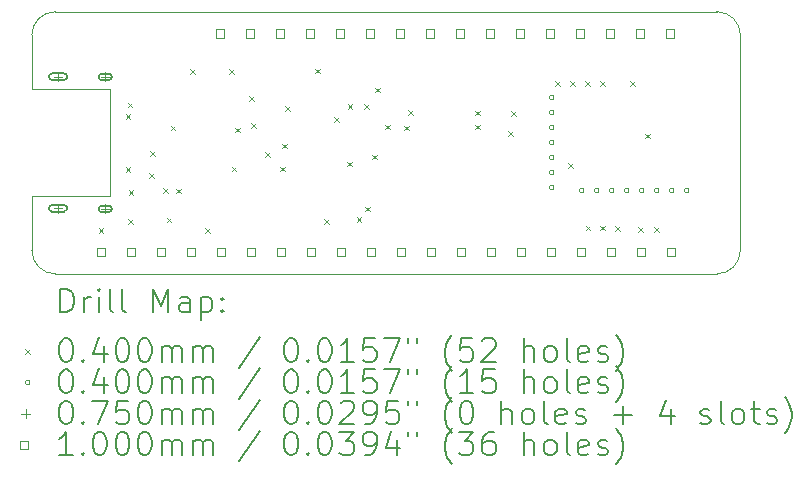
<source format=gbr>
%FSLAX45Y45*%
G04 Gerber Fmt 4.5, Leading zero omitted, Abs format (unit mm)*
G04 Created by KiCad (PCBNEW 5.99.0-unknown-ed66c0f14d~128~ubuntu20.04.1) date 2021-06-03 22:12:49*
%MOMM*%
%LPD*%
G01*
G04 APERTURE LIST*
%TA.AperFunction,Profile*%
%ADD10C,0.100000*%
%TD*%
%ADD11C,0.200000*%
%ADD12C,0.040000*%
%ADD13C,0.075000*%
%ADD14C,0.100000*%
G04 APERTURE END LIST*
D10*
X13490000Y-7010000D02*
G75*
G02*
X13290000Y-7210000I-200000J0D01*
G01*
X8150000Y-5647500D02*
X8150000Y-6547500D01*
X7490000Y-5645000D02*
X8150000Y-5647500D01*
X8150000Y-6547500D02*
X7490000Y-6547500D01*
X7690000Y-4990000D02*
X13290000Y-4990000D01*
X13290000Y-7210000D02*
X7690000Y-7210000D01*
X13490000Y-5190000D02*
X13490000Y-7010000D01*
X7690000Y-4990000D02*
G75*
G03*
X7490000Y-5190000I0J-200000D01*
G01*
X13290000Y-4990000D02*
G75*
G02*
X13490000Y-5190000I0J-200000D01*
G01*
X7490000Y-5645000D02*
X7490000Y-5190000D01*
X7490000Y-6547500D02*
X7490000Y-7010000D01*
X7490000Y-7010000D02*
G75*
G03*
X7690000Y-7210000I200000J0D01*
G01*
D11*
D12*
X8055000Y-6820000D02*
X8095000Y-6860000D01*
X8095000Y-6820000D02*
X8055000Y-6860000D01*
X8283877Y-6307500D02*
X8323877Y-6347500D01*
X8323877Y-6307500D02*
X8283877Y-6347500D01*
X8284080Y-5858238D02*
X8324080Y-5898238D01*
X8324080Y-5858238D02*
X8284080Y-5898238D01*
X8302500Y-5760000D02*
X8342500Y-5800000D01*
X8342500Y-5760000D02*
X8302500Y-5800000D01*
X8307500Y-6747500D02*
X8347500Y-6787500D01*
X8347500Y-6747500D02*
X8307500Y-6787500D01*
X8310000Y-6502500D02*
X8350000Y-6542500D01*
X8350000Y-6502500D02*
X8310000Y-6542500D01*
X8482500Y-6355000D02*
X8522500Y-6395000D01*
X8522500Y-6355000D02*
X8482500Y-6395000D01*
X8492500Y-6172500D02*
X8532500Y-6212500D01*
X8532500Y-6172500D02*
X8492500Y-6212500D01*
X8600000Y-6485000D02*
X8640000Y-6525000D01*
X8640000Y-6485000D02*
X8600000Y-6525000D01*
X8632500Y-6735000D02*
X8672500Y-6775000D01*
X8672500Y-6735000D02*
X8632500Y-6775000D01*
X8665000Y-5955000D02*
X8705000Y-5995000D01*
X8705000Y-5955000D02*
X8665000Y-5995000D01*
X8712500Y-6487500D02*
X8752500Y-6527500D01*
X8752500Y-6487500D02*
X8712500Y-6527500D01*
X8832500Y-5475000D02*
X8872500Y-5515000D01*
X8872500Y-5475000D02*
X8832500Y-5515000D01*
X8957500Y-6820000D02*
X8997500Y-6860000D01*
X8997500Y-6820000D02*
X8957500Y-6860000D01*
X9160000Y-5475000D02*
X9200000Y-5515000D01*
X9200000Y-5475000D02*
X9160000Y-5515000D01*
X9182500Y-6302500D02*
X9222500Y-6342500D01*
X9222500Y-6302500D02*
X9182500Y-6342500D01*
X9212500Y-5972500D02*
X9252500Y-6012500D01*
X9252500Y-5972500D02*
X9212500Y-6012500D01*
X9332500Y-5702500D02*
X9372500Y-5742500D01*
X9372500Y-5702500D02*
X9332500Y-5742500D01*
X9345000Y-5935000D02*
X9385000Y-5975000D01*
X9385000Y-5935000D02*
X9345000Y-5975000D01*
X9467500Y-6180000D02*
X9507500Y-6220000D01*
X9507500Y-6180000D02*
X9467500Y-6220000D01*
X9595000Y-6302500D02*
X9635000Y-6342500D01*
X9635000Y-6302500D02*
X9595000Y-6342500D01*
X9607480Y-6107480D02*
X9647480Y-6147480D01*
X9647480Y-6107480D02*
X9607480Y-6147480D01*
X9632500Y-5787500D02*
X9672500Y-5827500D01*
X9672500Y-5787500D02*
X9632500Y-5827500D01*
X9887500Y-5472500D02*
X9927500Y-5512500D01*
X9927500Y-5472500D02*
X9887500Y-5512500D01*
X9967500Y-6745000D02*
X10007500Y-6785000D01*
X10007500Y-6745000D02*
X9967500Y-6785000D01*
X10050000Y-5885000D02*
X10090000Y-5925000D01*
X10090000Y-5885000D02*
X10050000Y-5925000D01*
X10160000Y-6260000D02*
X10200000Y-6300000D01*
X10200000Y-6260000D02*
X10160000Y-6300000D01*
X10165000Y-5770000D02*
X10205000Y-5810000D01*
X10205000Y-5770000D02*
X10165000Y-5810000D01*
X10240000Y-6730000D02*
X10280000Y-6770000D01*
X10280000Y-6730000D02*
X10240000Y-6770000D01*
X10302500Y-5772500D02*
X10342500Y-5812500D01*
X10342500Y-5772500D02*
X10302500Y-5812500D01*
X10310000Y-6640000D02*
X10350000Y-6680000D01*
X10350000Y-6640000D02*
X10310000Y-6680000D01*
X10372500Y-6200000D02*
X10412500Y-6240000D01*
X10412500Y-6200000D02*
X10372500Y-6240000D01*
X10397500Y-5632500D02*
X10437500Y-5672500D01*
X10437500Y-5632500D02*
X10397500Y-5672500D01*
X10480000Y-5947500D02*
X10520000Y-5987500D01*
X10520000Y-5947500D02*
X10480000Y-5987500D01*
X10645000Y-5955000D02*
X10685000Y-5995000D01*
X10685000Y-5955000D02*
X10645000Y-5995000D01*
X10675000Y-5825000D02*
X10715000Y-5865000D01*
X10715000Y-5825000D02*
X10675000Y-5865000D01*
X11245000Y-5827500D02*
X11285000Y-5867500D01*
X11285000Y-5827500D02*
X11245000Y-5867500D01*
X11245000Y-5947500D02*
X11285000Y-5987500D01*
X11285000Y-5947500D02*
X11245000Y-5987500D01*
X11522500Y-6002500D02*
X11562500Y-6042500D01*
X11562500Y-6002500D02*
X11522500Y-6042500D01*
X11547500Y-5830000D02*
X11587500Y-5870000D01*
X11587500Y-5830000D02*
X11547500Y-5870000D01*
X11922500Y-5577500D02*
X11962500Y-5617500D01*
X11962500Y-5577500D02*
X11922500Y-5617500D01*
X12032500Y-6270000D02*
X12072500Y-6310000D01*
X12072500Y-6270000D02*
X12032500Y-6310000D01*
X12050000Y-5577500D02*
X12090000Y-5617500D01*
X12090000Y-5577500D02*
X12050000Y-5617500D01*
X12177500Y-5577500D02*
X12217500Y-5617500D01*
X12217500Y-5577500D02*
X12177500Y-5617500D01*
X12180000Y-6802500D02*
X12220000Y-6842500D01*
X12220000Y-6802500D02*
X12180000Y-6842500D01*
X12302500Y-6802500D02*
X12342500Y-6842500D01*
X12342500Y-6802500D02*
X12302500Y-6842500D01*
X12305000Y-5577500D02*
X12345000Y-5617500D01*
X12345000Y-5577500D02*
X12305000Y-5617500D01*
X12427500Y-6805000D02*
X12467500Y-6845000D01*
X12467500Y-6805000D02*
X12427500Y-6845000D01*
X12557500Y-5580000D02*
X12597500Y-5620000D01*
X12597500Y-5580000D02*
X12557500Y-5620000D01*
X12622500Y-6815000D02*
X12662500Y-6855000D01*
X12662500Y-6815000D02*
X12622500Y-6855000D01*
X12685000Y-6022500D02*
X12725000Y-6062500D01*
X12725000Y-6022500D02*
X12685000Y-6062500D01*
X12757377Y-6814877D02*
X12797377Y-6854877D01*
X12797377Y-6814877D02*
X12757377Y-6854877D01*
X11911250Y-5716700D02*
G75*
G03*
X11911250Y-5716700I-20000J0D01*
G01*
X11911250Y-5843700D02*
G75*
G03*
X11911250Y-5843700I-20000J0D01*
G01*
X11911250Y-5970700D02*
G75*
G03*
X11911250Y-5970700I-20000J0D01*
G01*
X11911250Y-6097700D02*
G75*
G03*
X11911250Y-6097700I-20000J0D01*
G01*
X11911250Y-6224700D02*
G75*
G03*
X11911250Y-6224700I-20000J0D01*
G01*
X11911250Y-6351700D02*
G75*
G03*
X11911250Y-6351700I-20000J0D01*
G01*
X11911250Y-6478700D02*
G75*
G03*
X11911250Y-6478700I-20000J0D01*
G01*
X12165250Y-6504100D02*
G75*
G03*
X12165250Y-6504100I-20000J0D01*
G01*
X12292250Y-6504100D02*
G75*
G03*
X12292250Y-6504100I-20000J0D01*
G01*
X12419250Y-6504100D02*
G75*
G03*
X12419250Y-6504100I-20000J0D01*
G01*
X12546250Y-6504100D02*
G75*
G03*
X12546250Y-6504100I-20000J0D01*
G01*
X12673250Y-6504100D02*
G75*
G03*
X12673250Y-6504100I-20000J0D01*
G01*
X12800250Y-6504100D02*
G75*
G03*
X12800250Y-6504100I-20000J0D01*
G01*
X12927250Y-6504100D02*
G75*
G03*
X12927250Y-6504100I-20000J0D01*
G01*
X13054250Y-6504100D02*
G75*
G03*
X13054250Y-6504100I-20000J0D01*
G01*
D13*
X7712500Y-5502500D02*
X7712500Y-5577500D01*
X7675000Y-5540000D02*
X7750000Y-5540000D01*
D11*
X7662500Y-5567500D02*
X7762500Y-5567500D01*
X7662500Y-5512500D02*
X7762500Y-5512500D01*
X7762500Y-5567500D02*
G75*
G03*
X7762500Y-5512500I0J27500D01*
G01*
X7662500Y-5512500D02*
G75*
G03*
X7662500Y-5567500I0J-27500D01*
G01*
D13*
X7712500Y-6617500D02*
X7712500Y-6692500D01*
X7675000Y-6655000D02*
X7750000Y-6655000D01*
D11*
X7662500Y-6682500D02*
X7762500Y-6682500D01*
X7662500Y-6627500D02*
X7762500Y-6627500D01*
X7762500Y-6682500D02*
G75*
G03*
X7762500Y-6627500I0J27500D01*
G01*
X7662500Y-6627500D02*
G75*
G03*
X7662500Y-6682500I0J-27500D01*
G01*
D13*
X8112500Y-5504940D02*
X8112500Y-5579940D01*
X8075000Y-5542440D02*
X8150000Y-5542440D01*
D11*
X8085000Y-5569940D02*
X8140000Y-5569940D01*
X8085000Y-5514940D02*
X8140000Y-5514940D01*
X8140000Y-5569940D02*
G75*
G03*
X8140000Y-5514940I0J27500D01*
G01*
X8085000Y-5514940D02*
G75*
G03*
X8085000Y-5569940I0J-27500D01*
G01*
D13*
X8112500Y-6622500D02*
X8112500Y-6697500D01*
X8075000Y-6660000D02*
X8150000Y-6660000D01*
D11*
X8085000Y-6687500D02*
X8140000Y-6687500D01*
X8085000Y-6632500D02*
X8140000Y-6632500D01*
X8140000Y-6687500D02*
G75*
G03*
X8140000Y-6632500I0J27500D01*
G01*
X8085000Y-6632500D02*
G75*
G03*
X8085000Y-6687500I0J-27500D01*
G01*
D14*
X8110356Y-7057856D02*
X8110356Y-6987144D01*
X8039644Y-6987144D01*
X8039644Y-7057856D01*
X8110356Y-7057856D01*
X8364356Y-7057856D02*
X8364356Y-6987144D01*
X8293644Y-6987144D01*
X8293644Y-7057856D01*
X8364356Y-7057856D01*
X8618356Y-7057856D02*
X8618356Y-6987144D01*
X8547644Y-6987144D01*
X8547644Y-7057856D01*
X8618356Y-7057856D01*
X8872356Y-7057856D02*
X8872356Y-6987144D01*
X8801644Y-6987144D01*
X8801644Y-7057856D01*
X8872356Y-7057856D01*
X9120356Y-5210356D02*
X9120356Y-5139644D01*
X9049644Y-5139644D01*
X9049644Y-5210356D01*
X9120356Y-5210356D01*
X9126356Y-7057856D02*
X9126356Y-6987144D01*
X9055644Y-6987144D01*
X9055644Y-7057856D01*
X9126356Y-7057856D01*
X9374356Y-5210356D02*
X9374356Y-5139644D01*
X9303644Y-5139644D01*
X9303644Y-5210356D01*
X9374356Y-5210356D01*
X9380356Y-7057856D02*
X9380356Y-6987144D01*
X9309644Y-6987144D01*
X9309644Y-7057856D01*
X9380356Y-7057856D01*
X9628356Y-5210356D02*
X9628356Y-5139644D01*
X9557644Y-5139644D01*
X9557644Y-5210356D01*
X9628356Y-5210356D01*
X9634356Y-7057856D02*
X9634356Y-6987144D01*
X9563644Y-6987144D01*
X9563644Y-7057856D01*
X9634356Y-7057856D01*
X9882356Y-5210356D02*
X9882356Y-5139644D01*
X9811644Y-5139644D01*
X9811644Y-5210356D01*
X9882356Y-5210356D01*
X9888356Y-7057856D02*
X9888356Y-6987144D01*
X9817644Y-6987144D01*
X9817644Y-7057856D01*
X9888356Y-7057856D01*
X10136356Y-5210356D02*
X10136356Y-5139644D01*
X10065644Y-5139644D01*
X10065644Y-5210356D01*
X10136356Y-5210356D01*
X10142356Y-7057856D02*
X10142356Y-6987144D01*
X10071644Y-6987144D01*
X10071644Y-7057856D01*
X10142356Y-7057856D01*
X10390356Y-5210356D02*
X10390356Y-5139644D01*
X10319644Y-5139644D01*
X10319644Y-5210356D01*
X10390356Y-5210356D01*
X10396356Y-7057856D02*
X10396356Y-6987144D01*
X10325644Y-6987144D01*
X10325644Y-7057856D01*
X10396356Y-7057856D01*
X10644356Y-5210356D02*
X10644356Y-5139644D01*
X10573644Y-5139644D01*
X10573644Y-5210356D01*
X10644356Y-5210356D01*
X10650356Y-7057856D02*
X10650356Y-6987144D01*
X10579644Y-6987144D01*
X10579644Y-7057856D01*
X10650356Y-7057856D01*
X10898356Y-5210356D02*
X10898356Y-5139644D01*
X10827644Y-5139644D01*
X10827644Y-5210356D01*
X10898356Y-5210356D01*
X10904356Y-7057856D02*
X10904356Y-6987144D01*
X10833644Y-6987144D01*
X10833644Y-7057856D01*
X10904356Y-7057856D01*
X11152356Y-5210356D02*
X11152356Y-5139644D01*
X11081644Y-5139644D01*
X11081644Y-5210356D01*
X11152356Y-5210356D01*
X11158356Y-7057856D02*
X11158356Y-6987144D01*
X11087644Y-6987144D01*
X11087644Y-7057856D01*
X11158356Y-7057856D01*
X11406356Y-5210356D02*
X11406356Y-5139644D01*
X11335644Y-5139644D01*
X11335644Y-5210356D01*
X11406356Y-5210356D01*
X11412356Y-7057856D02*
X11412356Y-6987144D01*
X11341644Y-6987144D01*
X11341644Y-7057856D01*
X11412356Y-7057856D01*
X11660356Y-5210356D02*
X11660356Y-5139644D01*
X11589644Y-5139644D01*
X11589644Y-5210356D01*
X11660356Y-5210356D01*
X11666356Y-7057856D02*
X11666356Y-6987144D01*
X11595644Y-6987144D01*
X11595644Y-7057856D01*
X11666356Y-7057856D01*
X11914356Y-5210356D02*
X11914356Y-5139644D01*
X11843644Y-5139644D01*
X11843644Y-5210356D01*
X11914356Y-5210356D01*
X11920356Y-7057856D02*
X11920356Y-6987144D01*
X11849644Y-6987144D01*
X11849644Y-7057856D01*
X11920356Y-7057856D01*
X12168356Y-5210356D02*
X12168356Y-5139644D01*
X12097644Y-5139644D01*
X12097644Y-5210356D01*
X12168356Y-5210356D01*
X12174356Y-7057856D02*
X12174356Y-6987144D01*
X12103644Y-6987144D01*
X12103644Y-7057856D01*
X12174356Y-7057856D01*
X12422356Y-5210356D02*
X12422356Y-5139644D01*
X12351644Y-5139644D01*
X12351644Y-5210356D01*
X12422356Y-5210356D01*
X12428356Y-7057856D02*
X12428356Y-6987144D01*
X12357644Y-6987144D01*
X12357644Y-7057856D01*
X12428356Y-7057856D01*
X12676356Y-5210356D02*
X12676356Y-5139644D01*
X12605644Y-5139644D01*
X12605644Y-5210356D01*
X12676356Y-5210356D01*
X12682356Y-7057856D02*
X12682356Y-6987144D01*
X12611644Y-6987144D01*
X12611644Y-7057856D01*
X12682356Y-7057856D01*
X12930356Y-5210356D02*
X12930356Y-5139644D01*
X12859644Y-5139644D01*
X12859644Y-5210356D01*
X12930356Y-5210356D01*
X12936356Y-7057856D02*
X12936356Y-6987144D01*
X12865644Y-6987144D01*
X12865644Y-7057856D01*
X12936356Y-7057856D01*
D11*
X7732619Y-7535476D02*
X7732619Y-7335476D01*
X7780238Y-7335476D01*
X7808809Y-7345000D01*
X7827857Y-7364048D01*
X7837381Y-7383095D01*
X7846905Y-7421190D01*
X7846905Y-7449762D01*
X7837381Y-7487857D01*
X7827857Y-7506905D01*
X7808809Y-7525952D01*
X7780238Y-7535476D01*
X7732619Y-7535476D01*
X7932619Y-7535476D02*
X7932619Y-7402143D01*
X7932619Y-7440238D02*
X7942143Y-7421190D01*
X7951667Y-7411667D01*
X7970714Y-7402143D01*
X7989762Y-7402143D01*
X8056428Y-7535476D02*
X8056428Y-7402143D01*
X8056428Y-7335476D02*
X8046905Y-7345000D01*
X8056428Y-7354524D01*
X8065952Y-7345000D01*
X8056428Y-7335476D01*
X8056428Y-7354524D01*
X8180238Y-7535476D02*
X8161190Y-7525952D01*
X8151667Y-7506905D01*
X8151667Y-7335476D01*
X8285000Y-7535476D02*
X8265952Y-7525952D01*
X8256428Y-7506905D01*
X8256428Y-7335476D01*
X8513571Y-7535476D02*
X8513571Y-7335476D01*
X8580238Y-7478333D01*
X8646905Y-7335476D01*
X8646905Y-7535476D01*
X8827857Y-7535476D02*
X8827857Y-7430714D01*
X8818333Y-7411667D01*
X8799286Y-7402143D01*
X8761190Y-7402143D01*
X8742143Y-7411667D01*
X8827857Y-7525952D02*
X8808810Y-7535476D01*
X8761190Y-7535476D01*
X8742143Y-7525952D01*
X8732619Y-7506905D01*
X8732619Y-7487857D01*
X8742143Y-7468809D01*
X8761190Y-7459286D01*
X8808810Y-7459286D01*
X8827857Y-7449762D01*
X8923095Y-7402143D02*
X8923095Y-7602143D01*
X8923095Y-7411667D02*
X8942143Y-7402143D01*
X8980238Y-7402143D01*
X8999286Y-7411667D01*
X9008810Y-7421190D01*
X9018333Y-7440238D01*
X9018333Y-7497381D01*
X9008810Y-7516428D01*
X8999286Y-7525952D01*
X8980238Y-7535476D01*
X8942143Y-7535476D01*
X8923095Y-7525952D01*
X9104048Y-7516428D02*
X9113571Y-7525952D01*
X9104048Y-7535476D01*
X9094524Y-7525952D01*
X9104048Y-7516428D01*
X9104048Y-7535476D01*
X9104048Y-7411667D02*
X9113571Y-7421190D01*
X9104048Y-7430714D01*
X9094524Y-7421190D01*
X9104048Y-7411667D01*
X9104048Y-7430714D01*
D12*
X7435000Y-7845000D02*
X7475000Y-7885000D01*
X7475000Y-7845000D02*
X7435000Y-7885000D01*
D11*
X7770714Y-7755476D02*
X7789762Y-7755476D01*
X7808809Y-7765000D01*
X7818333Y-7774524D01*
X7827857Y-7793571D01*
X7837381Y-7831667D01*
X7837381Y-7879286D01*
X7827857Y-7917381D01*
X7818333Y-7936428D01*
X7808809Y-7945952D01*
X7789762Y-7955476D01*
X7770714Y-7955476D01*
X7751667Y-7945952D01*
X7742143Y-7936428D01*
X7732619Y-7917381D01*
X7723095Y-7879286D01*
X7723095Y-7831667D01*
X7732619Y-7793571D01*
X7742143Y-7774524D01*
X7751667Y-7765000D01*
X7770714Y-7755476D01*
X7923095Y-7936428D02*
X7932619Y-7945952D01*
X7923095Y-7955476D01*
X7913571Y-7945952D01*
X7923095Y-7936428D01*
X7923095Y-7955476D01*
X8104048Y-7822143D02*
X8104048Y-7955476D01*
X8056428Y-7745952D02*
X8008809Y-7888809D01*
X8132619Y-7888809D01*
X8246905Y-7755476D02*
X8265952Y-7755476D01*
X8285000Y-7765000D01*
X8294524Y-7774524D01*
X8304048Y-7793571D01*
X8313571Y-7831667D01*
X8313571Y-7879286D01*
X8304048Y-7917381D01*
X8294524Y-7936428D01*
X8285000Y-7945952D01*
X8265952Y-7955476D01*
X8246905Y-7955476D01*
X8227857Y-7945952D01*
X8218333Y-7936428D01*
X8208809Y-7917381D01*
X8199286Y-7879286D01*
X8199286Y-7831667D01*
X8208809Y-7793571D01*
X8218333Y-7774524D01*
X8227857Y-7765000D01*
X8246905Y-7755476D01*
X8437381Y-7755476D02*
X8456429Y-7755476D01*
X8475476Y-7765000D01*
X8485000Y-7774524D01*
X8494524Y-7793571D01*
X8504048Y-7831667D01*
X8504048Y-7879286D01*
X8494524Y-7917381D01*
X8485000Y-7936428D01*
X8475476Y-7945952D01*
X8456429Y-7955476D01*
X8437381Y-7955476D01*
X8418333Y-7945952D01*
X8408810Y-7936428D01*
X8399286Y-7917381D01*
X8389762Y-7879286D01*
X8389762Y-7831667D01*
X8399286Y-7793571D01*
X8408810Y-7774524D01*
X8418333Y-7765000D01*
X8437381Y-7755476D01*
X8589762Y-7955476D02*
X8589762Y-7822143D01*
X8589762Y-7841190D02*
X8599286Y-7831667D01*
X8618333Y-7822143D01*
X8646905Y-7822143D01*
X8665952Y-7831667D01*
X8675476Y-7850714D01*
X8675476Y-7955476D01*
X8675476Y-7850714D02*
X8685000Y-7831667D01*
X8704048Y-7822143D01*
X8732619Y-7822143D01*
X8751667Y-7831667D01*
X8761190Y-7850714D01*
X8761190Y-7955476D01*
X8856429Y-7955476D02*
X8856429Y-7822143D01*
X8856429Y-7841190D02*
X8865952Y-7831667D01*
X8885000Y-7822143D01*
X8913571Y-7822143D01*
X8932619Y-7831667D01*
X8942143Y-7850714D01*
X8942143Y-7955476D01*
X8942143Y-7850714D02*
X8951667Y-7831667D01*
X8970714Y-7822143D01*
X8999286Y-7822143D01*
X9018333Y-7831667D01*
X9027857Y-7850714D01*
X9027857Y-7955476D01*
X9418333Y-7745952D02*
X9246905Y-8003095D01*
X9675476Y-7755476D02*
X9694524Y-7755476D01*
X9713571Y-7765000D01*
X9723095Y-7774524D01*
X9732619Y-7793571D01*
X9742143Y-7831667D01*
X9742143Y-7879286D01*
X9732619Y-7917381D01*
X9723095Y-7936428D01*
X9713571Y-7945952D01*
X9694524Y-7955476D01*
X9675476Y-7955476D01*
X9656429Y-7945952D01*
X9646905Y-7936428D01*
X9637381Y-7917381D01*
X9627857Y-7879286D01*
X9627857Y-7831667D01*
X9637381Y-7793571D01*
X9646905Y-7774524D01*
X9656429Y-7765000D01*
X9675476Y-7755476D01*
X9827857Y-7936428D02*
X9837381Y-7945952D01*
X9827857Y-7955476D01*
X9818333Y-7945952D01*
X9827857Y-7936428D01*
X9827857Y-7955476D01*
X9961190Y-7755476D02*
X9980238Y-7755476D01*
X9999286Y-7765000D01*
X10008810Y-7774524D01*
X10018333Y-7793571D01*
X10027857Y-7831667D01*
X10027857Y-7879286D01*
X10018333Y-7917381D01*
X10008810Y-7936428D01*
X9999286Y-7945952D01*
X9980238Y-7955476D01*
X9961190Y-7955476D01*
X9942143Y-7945952D01*
X9932619Y-7936428D01*
X9923095Y-7917381D01*
X9913571Y-7879286D01*
X9913571Y-7831667D01*
X9923095Y-7793571D01*
X9932619Y-7774524D01*
X9942143Y-7765000D01*
X9961190Y-7755476D01*
X10218333Y-7955476D02*
X10104048Y-7955476D01*
X10161190Y-7955476D02*
X10161190Y-7755476D01*
X10142143Y-7784048D01*
X10123095Y-7803095D01*
X10104048Y-7812619D01*
X10399286Y-7755476D02*
X10304048Y-7755476D01*
X10294524Y-7850714D01*
X10304048Y-7841190D01*
X10323095Y-7831667D01*
X10370714Y-7831667D01*
X10389762Y-7841190D01*
X10399286Y-7850714D01*
X10408810Y-7869762D01*
X10408810Y-7917381D01*
X10399286Y-7936428D01*
X10389762Y-7945952D01*
X10370714Y-7955476D01*
X10323095Y-7955476D01*
X10304048Y-7945952D01*
X10294524Y-7936428D01*
X10475476Y-7755476D02*
X10608810Y-7755476D01*
X10523095Y-7955476D01*
X10675476Y-7755476D02*
X10675476Y-7793571D01*
X10751667Y-7755476D02*
X10751667Y-7793571D01*
X11046905Y-8031667D02*
X11037381Y-8022143D01*
X11018333Y-7993571D01*
X11008810Y-7974524D01*
X10999286Y-7945952D01*
X10989762Y-7898333D01*
X10989762Y-7860238D01*
X10999286Y-7812619D01*
X11008810Y-7784048D01*
X11018333Y-7765000D01*
X11037381Y-7736428D01*
X11046905Y-7726905D01*
X11218333Y-7755476D02*
X11123095Y-7755476D01*
X11113571Y-7850714D01*
X11123095Y-7841190D01*
X11142143Y-7831667D01*
X11189762Y-7831667D01*
X11208809Y-7841190D01*
X11218333Y-7850714D01*
X11227857Y-7869762D01*
X11227857Y-7917381D01*
X11218333Y-7936428D01*
X11208809Y-7945952D01*
X11189762Y-7955476D01*
X11142143Y-7955476D01*
X11123095Y-7945952D01*
X11113571Y-7936428D01*
X11304048Y-7774524D02*
X11313571Y-7765000D01*
X11332619Y-7755476D01*
X11380238Y-7755476D01*
X11399286Y-7765000D01*
X11408809Y-7774524D01*
X11418333Y-7793571D01*
X11418333Y-7812619D01*
X11408809Y-7841190D01*
X11294524Y-7955476D01*
X11418333Y-7955476D01*
X11656428Y-7955476D02*
X11656428Y-7755476D01*
X11742143Y-7955476D02*
X11742143Y-7850714D01*
X11732619Y-7831667D01*
X11713571Y-7822143D01*
X11685000Y-7822143D01*
X11665952Y-7831667D01*
X11656428Y-7841190D01*
X11865952Y-7955476D02*
X11846905Y-7945952D01*
X11837381Y-7936428D01*
X11827857Y-7917381D01*
X11827857Y-7860238D01*
X11837381Y-7841190D01*
X11846905Y-7831667D01*
X11865952Y-7822143D01*
X11894524Y-7822143D01*
X11913571Y-7831667D01*
X11923095Y-7841190D01*
X11932619Y-7860238D01*
X11932619Y-7917381D01*
X11923095Y-7936428D01*
X11913571Y-7945952D01*
X11894524Y-7955476D01*
X11865952Y-7955476D01*
X12046905Y-7955476D02*
X12027857Y-7945952D01*
X12018333Y-7926905D01*
X12018333Y-7755476D01*
X12199286Y-7945952D02*
X12180238Y-7955476D01*
X12142143Y-7955476D01*
X12123095Y-7945952D01*
X12113571Y-7926905D01*
X12113571Y-7850714D01*
X12123095Y-7831667D01*
X12142143Y-7822143D01*
X12180238Y-7822143D01*
X12199286Y-7831667D01*
X12208809Y-7850714D01*
X12208809Y-7869762D01*
X12113571Y-7888809D01*
X12285000Y-7945952D02*
X12304048Y-7955476D01*
X12342143Y-7955476D01*
X12361190Y-7945952D01*
X12370714Y-7926905D01*
X12370714Y-7917381D01*
X12361190Y-7898333D01*
X12342143Y-7888809D01*
X12313571Y-7888809D01*
X12294524Y-7879286D01*
X12285000Y-7860238D01*
X12285000Y-7850714D01*
X12294524Y-7831667D01*
X12313571Y-7822143D01*
X12342143Y-7822143D01*
X12361190Y-7831667D01*
X12437381Y-8031667D02*
X12446905Y-8022143D01*
X12465952Y-7993571D01*
X12475476Y-7974524D01*
X12485000Y-7945952D01*
X12494524Y-7898333D01*
X12494524Y-7860238D01*
X12485000Y-7812619D01*
X12475476Y-7784048D01*
X12465952Y-7765000D01*
X12446905Y-7736428D01*
X12437381Y-7726905D01*
D12*
X7475000Y-8129000D02*
G75*
G03*
X7475000Y-8129000I-20000J0D01*
G01*
D11*
X7770714Y-8019476D02*
X7789762Y-8019476D01*
X7808809Y-8029000D01*
X7818333Y-8038524D01*
X7827857Y-8057571D01*
X7837381Y-8095667D01*
X7837381Y-8143286D01*
X7827857Y-8181381D01*
X7818333Y-8200428D01*
X7808809Y-8209952D01*
X7789762Y-8219476D01*
X7770714Y-8219476D01*
X7751667Y-8209952D01*
X7742143Y-8200428D01*
X7732619Y-8181381D01*
X7723095Y-8143286D01*
X7723095Y-8095667D01*
X7732619Y-8057571D01*
X7742143Y-8038524D01*
X7751667Y-8029000D01*
X7770714Y-8019476D01*
X7923095Y-8200428D02*
X7932619Y-8209952D01*
X7923095Y-8219476D01*
X7913571Y-8209952D01*
X7923095Y-8200428D01*
X7923095Y-8219476D01*
X8104048Y-8086143D02*
X8104048Y-8219476D01*
X8056428Y-8009952D02*
X8008809Y-8152809D01*
X8132619Y-8152809D01*
X8246905Y-8019476D02*
X8265952Y-8019476D01*
X8285000Y-8029000D01*
X8294524Y-8038524D01*
X8304048Y-8057571D01*
X8313571Y-8095667D01*
X8313571Y-8143286D01*
X8304048Y-8181381D01*
X8294524Y-8200428D01*
X8285000Y-8209952D01*
X8265952Y-8219476D01*
X8246905Y-8219476D01*
X8227857Y-8209952D01*
X8218333Y-8200428D01*
X8208809Y-8181381D01*
X8199286Y-8143286D01*
X8199286Y-8095667D01*
X8208809Y-8057571D01*
X8218333Y-8038524D01*
X8227857Y-8029000D01*
X8246905Y-8019476D01*
X8437381Y-8019476D02*
X8456429Y-8019476D01*
X8475476Y-8029000D01*
X8485000Y-8038524D01*
X8494524Y-8057571D01*
X8504048Y-8095667D01*
X8504048Y-8143286D01*
X8494524Y-8181381D01*
X8485000Y-8200428D01*
X8475476Y-8209952D01*
X8456429Y-8219476D01*
X8437381Y-8219476D01*
X8418333Y-8209952D01*
X8408810Y-8200428D01*
X8399286Y-8181381D01*
X8389762Y-8143286D01*
X8389762Y-8095667D01*
X8399286Y-8057571D01*
X8408810Y-8038524D01*
X8418333Y-8029000D01*
X8437381Y-8019476D01*
X8589762Y-8219476D02*
X8589762Y-8086143D01*
X8589762Y-8105190D02*
X8599286Y-8095667D01*
X8618333Y-8086143D01*
X8646905Y-8086143D01*
X8665952Y-8095667D01*
X8675476Y-8114714D01*
X8675476Y-8219476D01*
X8675476Y-8114714D02*
X8685000Y-8095667D01*
X8704048Y-8086143D01*
X8732619Y-8086143D01*
X8751667Y-8095667D01*
X8761190Y-8114714D01*
X8761190Y-8219476D01*
X8856429Y-8219476D02*
X8856429Y-8086143D01*
X8856429Y-8105190D02*
X8865952Y-8095667D01*
X8885000Y-8086143D01*
X8913571Y-8086143D01*
X8932619Y-8095667D01*
X8942143Y-8114714D01*
X8942143Y-8219476D01*
X8942143Y-8114714D02*
X8951667Y-8095667D01*
X8970714Y-8086143D01*
X8999286Y-8086143D01*
X9018333Y-8095667D01*
X9027857Y-8114714D01*
X9027857Y-8219476D01*
X9418333Y-8009952D02*
X9246905Y-8267095D01*
X9675476Y-8019476D02*
X9694524Y-8019476D01*
X9713571Y-8029000D01*
X9723095Y-8038524D01*
X9732619Y-8057571D01*
X9742143Y-8095667D01*
X9742143Y-8143286D01*
X9732619Y-8181381D01*
X9723095Y-8200428D01*
X9713571Y-8209952D01*
X9694524Y-8219476D01*
X9675476Y-8219476D01*
X9656429Y-8209952D01*
X9646905Y-8200428D01*
X9637381Y-8181381D01*
X9627857Y-8143286D01*
X9627857Y-8095667D01*
X9637381Y-8057571D01*
X9646905Y-8038524D01*
X9656429Y-8029000D01*
X9675476Y-8019476D01*
X9827857Y-8200428D02*
X9837381Y-8209952D01*
X9827857Y-8219476D01*
X9818333Y-8209952D01*
X9827857Y-8200428D01*
X9827857Y-8219476D01*
X9961190Y-8019476D02*
X9980238Y-8019476D01*
X9999286Y-8029000D01*
X10008810Y-8038524D01*
X10018333Y-8057571D01*
X10027857Y-8095667D01*
X10027857Y-8143286D01*
X10018333Y-8181381D01*
X10008810Y-8200428D01*
X9999286Y-8209952D01*
X9980238Y-8219476D01*
X9961190Y-8219476D01*
X9942143Y-8209952D01*
X9932619Y-8200428D01*
X9923095Y-8181381D01*
X9913571Y-8143286D01*
X9913571Y-8095667D01*
X9923095Y-8057571D01*
X9932619Y-8038524D01*
X9942143Y-8029000D01*
X9961190Y-8019476D01*
X10218333Y-8219476D02*
X10104048Y-8219476D01*
X10161190Y-8219476D02*
X10161190Y-8019476D01*
X10142143Y-8048048D01*
X10123095Y-8067095D01*
X10104048Y-8076619D01*
X10399286Y-8019476D02*
X10304048Y-8019476D01*
X10294524Y-8114714D01*
X10304048Y-8105190D01*
X10323095Y-8095667D01*
X10370714Y-8095667D01*
X10389762Y-8105190D01*
X10399286Y-8114714D01*
X10408810Y-8133762D01*
X10408810Y-8181381D01*
X10399286Y-8200428D01*
X10389762Y-8209952D01*
X10370714Y-8219476D01*
X10323095Y-8219476D01*
X10304048Y-8209952D01*
X10294524Y-8200428D01*
X10475476Y-8019476D02*
X10608810Y-8019476D01*
X10523095Y-8219476D01*
X10675476Y-8019476D02*
X10675476Y-8057571D01*
X10751667Y-8019476D02*
X10751667Y-8057571D01*
X11046905Y-8295667D02*
X11037381Y-8286143D01*
X11018333Y-8257571D01*
X11008810Y-8238524D01*
X10999286Y-8209952D01*
X10989762Y-8162333D01*
X10989762Y-8124238D01*
X10999286Y-8076619D01*
X11008810Y-8048048D01*
X11018333Y-8029000D01*
X11037381Y-8000428D01*
X11046905Y-7990905D01*
X11227857Y-8219476D02*
X11113571Y-8219476D01*
X11170714Y-8219476D02*
X11170714Y-8019476D01*
X11151667Y-8048048D01*
X11132619Y-8067095D01*
X11113571Y-8076619D01*
X11408809Y-8019476D02*
X11313571Y-8019476D01*
X11304048Y-8114714D01*
X11313571Y-8105190D01*
X11332619Y-8095667D01*
X11380238Y-8095667D01*
X11399286Y-8105190D01*
X11408809Y-8114714D01*
X11418333Y-8133762D01*
X11418333Y-8181381D01*
X11408809Y-8200428D01*
X11399286Y-8209952D01*
X11380238Y-8219476D01*
X11332619Y-8219476D01*
X11313571Y-8209952D01*
X11304048Y-8200428D01*
X11656428Y-8219476D02*
X11656428Y-8019476D01*
X11742143Y-8219476D02*
X11742143Y-8114714D01*
X11732619Y-8095667D01*
X11713571Y-8086143D01*
X11685000Y-8086143D01*
X11665952Y-8095667D01*
X11656428Y-8105190D01*
X11865952Y-8219476D02*
X11846905Y-8209952D01*
X11837381Y-8200428D01*
X11827857Y-8181381D01*
X11827857Y-8124238D01*
X11837381Y-8105190D01*
X11846905Y-8095667D01*
X11865952Y-8086143D01*
X11894524Y-8086143D01*
X11913571Y-8095667D01*
X11923095Y-8105190D01*
X11932619Y-8124238D01*
X11932619Y-8181381D01*
X11923095Y-8200428D01*
X11913571Y-8209952D01*
X11894524Y-8219476D01*
X11865952Y-8219476D01*
X12046905Y-8219476D02*
X12027857Y-8209952D01*
X12018333Y-8190905D01*
X12018333Y-8019476D01*
X12199286Y-8209952D02*
X12180238Y-8219476D01*
X12142143Y-8219476D01*
X12123095Y-8209952D01*
X12113571Y-8190905D01*
X12113571Y-8114714D01*
X12123095Y-8095667D01*
X12142143Y-8086143D01*
X12180238Y-8086143D01*
X12199286Y-8095667D01*
X12208809Y-8114714D01*
X12208809Y-8133762D01*
X12113571Y-8152809D01*
X12285000Y-8209952D02*
X12304048Y-8219476D01*
X12342143Y-8219476D01*
X12361190Y-8209952D01*
X12370714Y-8190905D01*
X12370714Y-8181381D01*
X12361190Y-8162333D01*
X12342143Y-8152809D01*
X12313571Y-8152809D01*
X12294524Y-8143286D01*
X12285000Y-8124238D01*
X12285000Y-8114714D01*
X12294524Y-8095667D01*
X12313571Y-8086143D01*
X12342143Y-8086143D01*
X12361190Y-8095667D01*
X12437381Y-8295667D02*
X12446905Y-8286143D01*
X12465952Y-8257571D01*
X12475476Y-8238524D01*
X12485000Y-8209952D01*
X12494524Y-8162333D01*
X12494524Y-8124238D01*
X12485000Y-8076619D01*
X12475476Y-8048048D01*
X12465952Y-8029000D01*
X12446905Y-8000428D01*
X12437381Y-7990905D01*
D13*
X7437500Y-8355500D02*
X7437500Y-8430500D01*
X7400000Y-8393000D02*
X7475000Y-8393000D01*
D11*
X7770714Y-8283476D02*
X7789762Y-8283476D01*
X7808809Y-8293000D01*
X7818333Y-8302524D01*
X7827857Y-8321571D01*
X7837381Y-8359667D01*
X7837381Y-8407286D01*
X7827857Y-8445381D01*
X7818333Y-8464429D01*
X7808809Y-8473952D01*
X7789762Y-8483476D01*
X7770714Y-8483476D01*
X7751667Y-8473952D01*
X7742143Y-8464429D01*
X7732619Y-8445381D01*
X7723095Y-8407286D01*
X7723095Y-8359667D01*
X7732619Y-8321571D01*
X7742143Y-8302524D01*
X7751667Y-8293000D01*
X7770714Y-8283476D01*
X7923095Y-8464429D02*
X7932619Y-8473952D01*
X7923095Y-8483476D01*
X7913571Y-8473952D01*
X7923095Y-8464429D01*
X7923095Y-8483476D01*
X7999286Y-8283476D02*
X8132619Y-8283476D01*
X8046905Y-8483476D01*
X8304048Y-8283476D02*
X8208809Y-8283476D01*
X8199286Y-8378714D01*
X8208809Y-8369190D01*
X8227857Y-8359667D01*
X8275476Y-8359667D01*
X8294524Y-8369190D01*
X8304048Y-8378714D01*
X8313571Y-8397762D01*
X8313571Y-8445381D01*
X8304048Y-8464429D01*
X8294524Y-8473952D01*
X8275476Y-8483476D01*
X8227857Y-8483476D01*
X8208809Y-8473952D01*
X8199286Y-8464429D01*
X8437381Y-8283476D02*
X8456429Y-8283476D01*
X8475476Y-8293000D01*
X8485000Y-8302524D01*
X8494524Y-8321571D01*
X8504048Y-8359667D01*
X8504048Y-8407286D01*
X8494524Y-8445381D01*
X8485000Y-8464429D01*
X8475476Y-8473952D01*
X8456429Y-8483476D01*
X8437381Y-8483476D01*
X8418333Y-8473952D01*
X8408810Y-8464429D01*
X8399286Y-8445381D01*
X8389762Y-8407286D01*
X8389762Y-8359667D01*
X8399286Y-8321571D01*
X8408810Y-8302524D01*
X8418333Y-8293000D01*
X8437381Y-8283476D01*
X8589762Y-8483476D02*
X8589762Y-8350143D01*
X8589762Y-8369190D02*
X8599286Y-8359667D01*
X8618333Y-8350143D01*
X8646905Y-8350143D01*
X8665952Y-8359667D01*
X8675476Y-8378714D01*
X8675476Y-8483476D01*
X8675476Y-8378714D02*
X8685000Y-8359667D01*
X8704048Y-8350143D01*
X8732619Y-8350143D01*
X8751667Y-8359667D01*
X8761190Y-8378714D01*
X8761190Y-8483476D01*
X8856429Y-8483476D02*
X8856429Y-8350143D01*
X8856429Y-8369190D02*
X8865952Y-8359667D01*
X8885000Y-8350143D01*
X8913571Y-8350143D01*
X8932619Y-8359667D01*
X8942143Y-8378714D01*
X8942143Y-8483476D01*
X8942143Y-8378714D02*
X8951667Y-8359667D01*
X8970714Y-8350143D01*
X8999286Y-8350143D01*
X9018333Y-8359667D01*
X9027857Y-8378714D01*
X9027857Y-8483476D01*
X9418333Y-8273952D02*
X9246905Y-8531095D01*
X9675476Y-8283476D02*
X9694524Y-8283476D01*
X9713571Y-8293000D01*
X9723095Y-8302524D01*
X9732619Y-8321571D01*
X9742143Y-8359667D01*
X9742143Y-8407286D01*
X9732619Y-8445381D01*
X9723095Y-8464429D01*
X9713571Y-8473952D01*
X9694524Y-8483476D01*
X9675476Y-8483476D01*
X9656429Y-8473952D01*
X9646905Y-8464429D01*
X9637381Y-8445381D01*
X9627857Y-8407286D01*
X9627857Y-8359667D01*
X9637381Y-8321571D01*
X9646905Y-8302524D01*
X9656429Y-8293000D01*
X9675476Y-8283476D01*
X9827857Y-8464429D02*
X9837381Y-8473952D01*
X9827857Y-8483476D01*
X9818333Y-8473952D01*
X9827857Y-8464429D01*
X9827857Y-8483476D01*
X9961190Y-8283476D02*
X9980238Y-8283476D01*
X9999286Y-8293000D01*
X10008810Y-8302524D01*
X10018333Y-8321571D01*
X10027857Y-8359667D01*
X10027857Y-8407286D01*
X10018333Y-8445381D01*
X10008810Y-8464429D01*
X9999286Y-8473952D01*
X9980238Y-8483476D01*
X9961190Y-8483476D01*
X9942143Y-8473952D01*
X9932619Y-8464429D01*
X9923095Y-8445381D01*
X9913571Y-8407286D01*
X9913571Y-8359667D01*
X9923095Y-8321571D01*
X9932619Y-8302524D01*
X9942143Y-8293000D01*
X9961190Y-8283476D01*
X10104048Y-8302524D02*
X10113571Y-8293000D01*
X10132619Y-8283476D01*
X10180238Y-8283476D01*
X10199286Y-8293000D01*
X10208810Y-8302524D01*
X10218333Y-8321571D01*
X10218333Y-8340619D01*
X10208810Y-8369190D01*
X10094524Y-8483476D01*
X10218333Y-8483476D01*
X10313571Y-8483476D02*
X10351667Y-8483476D01*
X10370714Y-8473952D01*
X10380238Y-8464429D01*
X10399286Y-8435857D01*
X10408810Y-8397762D01*
X10408810Y-8321571D01*
X10399286Y-8302524D01*
X10389762Y-8293000D01*
X10370714Y-8283476D01*
X10332619Y-8283476D01*
X10313571Y-8293000D01*
X10304048Y-8302524D01*
X10294524Y-8321571D01*
X10294524Y-8369190D01*
X10304048Y-8388238D01*
X10313571Y-8397762D01*
X10332619Y-8407286D01*
X10370714Y-8407286D01*
X10389762Y-8397762D01*
X10399286Y-8388238D01*
X10408810Y-8369190D01*
X10589762Y-8283476D02*
X10494524Y-8283476D01*
X10485000Y-8378714D01*
X10494524Y-8369190D01*
X10513571Y-8359667D01*
X10561190Y-8359667D01*
X10580238Y-8369190D01*
X10589762Y-8378714D01*
X10599286Y-8397762D01*
X10599286Y-8445381D01*
X10589762Y-8464429D01*
X10580238Y-8473952D01*
X10561190Y-8483476D01*
X10513571Y-8483476D01*
X10494524Y-8473952D01*
X10485000Y-8464429D01*
X10675476Y-8283476D02*
X10675476Y-8321571D01*
X10751667Y-8283476D02*
X10751667Y-8321571D01*
X11046905Y-8559667D02*
X11037381Y-8550143D01*
X11018333Y-8521571D01*
X11008810Y-8502524D01*
X10999286Y-8473952D01*
X10989762Y-8426333D01*
X10989762Y-8388238D01*
X10999286Y-8340619D01*
X11008810Y-8312048D01*
X11018333Y-8293000D01*
X11037381Y-8264428D01*
X11046905Y-8254905D01*
X11161190Y-8283476D02*
X11180238Y-8283476D01*
X11199286Y-8293000D01*
X11208809Y-8302524D01*
X11218333Y-8321571D01*
X11227857Y-8359667D01*
X11227857Y-8407286D01*
X11218333Y-8445381D01*
X11208809Y-8464429D01*
X11199286Y-8473952D01*
X11180238Y-8483476D01*
X11161190Y-8483476D01*
X11142143Y-8473952D01*
X11132619Y-8464429D01*
X11123095Y-8445381D01*
X11113571Y-8407286D01*
X11113571Y-8359667D01*
X11123095Y-8321571D01*
X11132619Y-8302524D01*
X11142143Y-8293000D01*
X11161190Y-8283476D01*
X11465952Y-8483476D02*
X11465952Y-8283476D01*
X11551667Y-8483476D02*
X11551667Y-8378714D01*
X11542143Y-8359667D01*
X11523095Y-8350143D01*
X11494524Y-8350143D01*
X11475476Y-8359667D01*
X11465952Y-8369190D01*
X11675476Y-8483476D02*
X11656428Y-8473952D01*
X11646905Y-8464429D01*
X11637381Y-8445381D01*
X11637381Y-8388238D01*
X11646905Y-8369190D01*
X11656428Y-8359667D01*
X11675476Y-8350143D01*
X11704048Y-8350143D01*
X11723095Y-8359667D01*
X11732619Y-8369190D01*
X11742143Y-8388238D01*
X11742143Y-8445381D01*
X11732619Y-8464429D01*
X11723095Y-8473952D01*
X11704048Y-8483476D01*
X11675476Y-8483476D01*
X11856428Y-8483476D02*
X11837381Y-8473952D01*
X11827857Y-8454905D01*
X11827857Y-8283476D01*
X12008809Y-8473952D02*
X11989762Y-8483476D01*
X11951667Y-8483476D01*
X11932619Y-8473952D01*
X11923095Y-8454905D01*
X11923095Y-8378714D01*
X11932619Y-8359667D01*
X11951667Y-8350143D01*
X11989762Y-8350143D01*
X12008809Y-8359667D01*
X12018333Y-8378714D01*
X12018333Y-8397762D01*
X11923095Y-8416810D01*
X12094524Y-8473952D02*
X12113571Y-8483476D01*
X12151667Y-8483476D01*
X12170714Y-8473952D01*
X12180238Y-8454905D01*
X12180238Y-8445381D01*
X12170714Y-8426333D01*
X12151667Y-8416810D01*
X12123095Y-8416810D01*
X12104048Y-8407286D01*
X12094524Y-8388238D01*
X12094524Y-8378714D01*
X12104048Y-8359667D01*
X12123095Y-8350143D01*
X12151667Y-8350143D01*
X12170714Y-8359667D01*
X12418333Y-8407286D02*
X12570714Y-8407286D01*
X12494524Y-8483476D02*
X12494524Y-8331095D01*
X12904048Y-8350143D02*
X12904048Y-8483476D01*
X12856428Y-8273952D02*
X12808809Y-8416810D01*
X12932619Y-8416810D01*
X13151667Y-8473952D02*
X13170714Y-8483476D01*
X13208809Y-8483476D01*
X13227857Y-8473952D01*
X13237381Y-8454905D01*
X13237381Y-8445381D01*
X13227857Y-8426333D01*
X13208809Y-8416810D01*
X13180238Y-8416810D01*
X13161190Y-8407286D01*
X13151667Y-8388238D01*
X13151667Y-8378714D01*
X13161190Y-8359667D01*
X13180238Y-8350143D01*
X13208809Y-8350143D01*
X13227857Y-8359667D01*
X13351667Y-8483476D02*
X13332619Y-8473952D01*
X13323095Y-8454905D01*
X13323095Y-8283476D01*
X13456428Y-8483476D02*
X13437381Y-8473952D01*
X13427857Y-8464429D01*
X13418333Y-8445381D01*
X13418333Y-8388238D01*
X13427857Y-8369190D01*
X13437381Y-8359667D01*
X13456428Y-8350143D01*
X13485000Y-8350143D01*
X13504048Y-8359667D01*
X13513571Y-8369190D01*
X13523095Y-8388238D01*
X13523095Y-8445381D01*
X13513571Y-8464429D01*
X13504048Y-8473952D01*
X13485000Y-8483476D01*
X13456428Y-8483476D01*
X13580238Y-8350143D02*
X13656428Y-8350143D01*
X13608809Y-8283476D02*
X13608809Y-8454905D01*
X13618333Y-8473952D01*
X13637381Y-8483476D01*
X13656428Y-8483476D01*
X13713571Y-8473952D02*
X13732619Y-8483476D01*
X13770714Y-8483476D01*
X13789762Y-8473952D01*
X13799286Y-8454905D01*
X13799286Y-8445381D01*
X13789762Y-8426333D01*
X13770714Y-8416810D01*
X13742143Y-8416810D01*
X13723095Y-8407286D01*
X13713571Y-8388238D01*
X13713571Y-8378714D01*
X13723095Y-8359667D01*
X13742143Y-8350143D01*
X13770714Y-8350143D01*
X13789762Y-8359667D01*
X13865952Y-8559667D02*
X13875476Y-8550143D01*
X13894524Y-8521571D01*
X13904048Y-8502524D01*
X13913571Y-8473952D01*
X13923095Y-8426333D01*
X13923095Y-8388238D01*
X13913571Y-8340619D01*
X13904048Y-8312048D01*
X13894524Y-8293000D01*
X13875476Y-8264428D01*
X13865952Y-8254905D01*
D14*
X7460356Y-8692356D02*
X7460356Y-8621644D01*
X7389644Y-8621644D01*
X7389644Y-8692356D01*
X7460356Y-8692356D01*
D11*
X7837381Y-8747476D02*
X7723095Y-8747476D01*
X7780238Y-8747476D02*
X7780238Y-8547476D01*
X7761190Y-8576048D01*
X7742143Y-8595095D01*
X7723095Y-8604619D01*
X7923095Y-8728429D02*
X7932619Y-8737952D01*
X7923095Y-8747476D01*
X7913571Y-8737952D01*
X7923095Y-8728429D01*
X7923095Y-8747476D01*
X8056428Y-8547476D02*
X8075476Y-8547476D01*
X8094524Y-8557000D01*
X8104048Y-8566524D01*
X8113571Y-8585571D01*
X8123095Y-8623667D01*
X8123095Y-8671286D01*
X8113571Y-8709381D01*
X8104048Y-8728429D01*
X8094524Y-8737952D01*
X8075476Y-8747476D01*
X8056428Y-8747476D01*
X8037381Y-8737952D01*
X8027857Y-8728429D01*
X8018333Y-8709381D01*
X8008809Y-8671286D01*
X8008809Y-8623667D01*
X8018333Y-8585571D01*
X8027857Y-8566524D01*
X8037381Y-8557000D01*
X8056428Y-8547476D01*
X8246905Y-8547476D02*
X8265952Y-8547476D01*
X8285000Y-8557000D01*
X8294524Y-8566524D01*
X8304048Y-8585571D01*
X8313571Y-8623667D01*
X8313571Y-8671286D01*
X8304048Y-8709381D01*
X8294524Y-8728429D01*
X8285000Y-8737952D01*
X8265952Y-8747476D01*
X8246905Y-8747476D01*
X8227857Y-8737952D01*
X8218333Y-8728429D01*
X8208809Y-8709381D01*
X8199286Y-8671286D01*
X8199286Y-8623667D01*
X8208809Y-8585571D01*
X8218333Y-8566524D01*
X8227857Y-8557000D01*
X8246905Y-8547476D01*
X8437381Y-8547476D02*
X8456429Y-8547476D01*
X8475476Y-8557000D01*
X8485000Y-8566524D01*
X8494524Y-8585571D01*
X8504048Y-8623667D01*
X8504048Y-8671286D01*
X8494524Y-8709381D01*
X8485000Y-8728429D01*
X8475476Y-8737952D01*
X8456429Y-8747476D01*
X8437381Y-8747476D01*
X8418333Y-8737952D01*
X8408810Y-8728429D01*
X8399286Y-8709381D01*
X8389762Y-8671286D01*
X8389762Y-8623667D01*
X8399286Y-8585571D01*
X8408810Y-8566524D01*
X8418333Y-8557000D01*
X8437381Y-8547476D01*
X8589762Y-8747476D02*
X8589762Y-8614143D01*
X8589762Y-8633190D02*
X8599286Y-8623667D01*
X8618333Y-8614143D01*
X8646905Y-8614143D01*
X8665952Y-8623667D01*
X8675476Y-8642714D01*
X8675476Y-8747476D01*
X8675476Y-8642714D02*
X8685000Y-8623667D01*
X8704048Y-8614143D01*
X8732619Y-8614143D01*
X8751667Y-8623667D01*
X8761190Y-8642714D01*
X8761190Y-8747476D01*
X8856429Y-8747476D02*
X8856429Y-8614143D01*
X8856429Y-8633190D02*
X8865952Y-8623667D01*
X8885000Y-8614143D01*
X8913571Y-8614143D01*
X8932619Y-8623667D01*
X8942143Y-8642714D01*
X8942143Y-8747476D01*
X8942143Y-8642714D02*
X8951667Y-8623667D01*
X8970714Y-8614143D01*
X8999286Y-8614143D01*
X9018333Y-8623667D01*
X9027857Y-8642714D01*
X9027857Y-8747476D01*
X9418333Y-8537952D02*
X9246905Y-8795095D01*
X9675476Y-8547476D02*
X9694524Y-8547476D01*
X9713571Y-8557000D01*
X9723095Y-8566524D01*
X9732619Y-8585571D01*
X9742143Y-8623667D01*
X9742143Y-8671286D01*
X9732619Y-8709381D01*
X9723095Y-8728429D01*
X9713571Y-8737952D01*
X9694524Y-8747476D01*
X9675476Y-8747476D01*
X9656429Y-8737952D01*
X9646905Y-8728429D01*
X9637381Y-8709381D01*
X9627857Y-8671286D01*
X9627857Y-8623667D01*
X9637381Y-8585571D01*
X9646905Y-8566524D01*
X9656429Y-8557000D01*
X9675476Y-8547476D01*
X9827857Y-8728429D02*
X9837381Y-8737952D01*
X9827857Y-8747476D01*
X9818333Y-8737952D01*
X9827857Y-8728429D01*
X9827857Y-8747476D01*
X9961190Y-8547476D02*
X9980238Y-8547476D01*
X9999286Y-8557000D01*
X10008810Y-8566524D01*
X10018333Y-8585571D01*
X10027857Y-8623667D01*
X10027857Y-8671286D01*
X10018333Y-8709381D01*
X10008810Y-8728429D01*
X9999286Y-8737952D01*
X9980238Y-8747476D01*
X9961190Y-8747476D01*
X9942143Y-8737952D01*
X9932619Y-8728429D01*
X9923095Y-8709381D01*
X9913571Y-8671286D01*
X9913571Y-8623667D01*
X9923095Y-8585571D01*
X9932619Y-8566524D01*
X9942143Y-8557000D01*
X9961190Y-8547476D01*
X10094524Y-8547476D02*
X10218333Y-8547476D01*
X10151667Y-8623667D01*
X10180238Y-8623667D01*
X10199286Y-8633190D01*
X10208810Y-8642714D01*
X10218333Y-8661762D01*
X10218333Y-8709381D01*
X10208810Y-8728429D01*
X10199286Y-8737952D01*
X10180238Y-8747476D01*
X10123095Y-8747476D01*
X10104048Y-8737952D01*
X10094524Y-8728429D01*
X10313571Y-8747476D02*
X10351667Y-8747476D01*
X10370714Y-8737952D01*
X10380238Y-8728429D01*
X10399286Y-8699857D01*
X10408810Y-8661762D01*
X10408810Y-8585571D01*
X10399286Y-8566524D01*
X10389762Y-8557000D01*
X10370714Y-8547476D01*
X10332619Y-8547476D01*
X10313571Y-8557000D01*
X10304048Y-8566524D01*
X10294524Y-8585571D01*
X10294524Y-8633190D01*
X10304048Y-8652238D01*
X10313571Y-8661762D01*
X10332619Y-8671286D01*
X10370714Y-8671286D01*
X10389762Y-8661762D01*
X10399286Y-8652238D01*
X10408810Y-8633190D01*
X10580238Y-8614143D02*
X10580238Y-8747476D01*
X10532619Y-8537952D02*
X10485000Y-8680810D01*
X10608810Y-8680810D01*
X10675476Y-8547476D02*
X10675476Y-8585571D01*
X10751667Y-8547476D02*
X10751667Y-8585571D01*
X11046905Y-8823667D02*
X11037381Y-8814143D01*
X11018333Y-8785571D01*
X11008810Y-8766524D01*
X10999286Y-8737952D01*
X10989762Y-8690333D01*
X10989762Y-8652238D01*
X10999286Y-8604619D01*
X11008810Y-8576048D01*
X11018333Y-8557000D01*
X11037381Y-8528429D01*
X11046905Y-8518905D01*
X11104048Y-8547476D02*
X11227857Y-8547476D01*
X11161190Y-8623667D01*
X11189762Y-8623667D01*
X11208809Y-8633190D01*
X11218333Y-8642714D01*
X11227857Y-8661762D01*
X11227857Y-8709381D01*
X11218333Y-8728429D01*
X11208809Y-8737952D01*
X11189762Y-8747476D01*
X11132619Y-8747476D01*
X11113571Y-8737952D01*
X11104048Y-8728429D01*
X11399286Y-8547476D02*
X11361190Y-8547476D01*
X11342143Y-8557000D01*
X11332619Y-8566524D01*
X11313571Y-8595095D01*
X11304048Y-8633190D01*
X11304048Y-8709381D01*
X11313571Y-8728429D01*
X11323095Y-8737952D01*
X11342143Y-8747476D01*
X11380238Y-8747476D01*
X11399286Y-8737952D01*
X11408809Y-8728429D01*
X11418333Y-8709381D01*
X11418333Y-8661762D01*
X11408809Y-8642714D01*
X11399286Y-8633190D01*
X11380238Y-8623667D01*
X11342143Y-8623667D01*
X11323095Y-8633190D01*
X11313571Y-8642714D01*
X11304048Y-8661762D01*
X11656428Y-8747476D02*
X11656428Y-8547476D01*
X11742143Y-8747476D02*
X11742143Y-8642714D01*
X11732619Y-8623667D01*
X11713571Y-8614143D01*
X11685000Y-8614143D01*
X11665952Y-8623667D01*
X11656428Y-8633190D01*
X11865952Y-8747476D02*
X11846905Y-8737952D01*
X11837381Y-8728429D01*
X11827857Y-8709381D01*
X11827857Y-8652238D01*
X11837381Y-8633190D01*
X11846905Y-8623667D01*
X11865952Y-8614143D01*
X11894524Y-8614143D01*
X11913571Y-8623667D01*
X11923095Y-8633190D01*
X11932619Y-8652238D01*
X11932619Y-8709381D01*
X11923095Y-8728429D01*
X11913571Y-8737952D01*
X11894524Y-8747476D01*
X11865952Y-8747476D01*
X12046905Y-8747476D02*
X12027857Y-8737952D01*
X12018333Y-8718905D01*
X12018333Y-8547476D01*
X12199286Y-8737952D02*
X12180238Y-8747476D01*
X12142143Y-8747476D01*
X12123095Y-8737952D01*
X12113571Y-8718905D01*
X12113571Y-8642714D01*
X12123095Y-8623667D01*
X12142143Y-8614143D01*
X12180238Y-8614143D01*
X12199286Y-8623667D01*
X12208809Y-8642714D01*
X12208809Y-8661762D01*
X12113571Y-8680810D01*
X12285000Y-8737952D02*
X12304048Y-8747476D01*
X12342143Y-8747476D01*
X12361190Y-8737952D01*
X12370714Y-8718905D01*
X12370714Y-8709381D01*
X12361190Y-8690333D01*
X12342143Y-8680810D01*
X12313571Y-8680810D01*
X12294524Y-8671286D01*
X12285000Y-8652238D01*
X12285000Y-8642714D01*
X12294524Y-8623667D01*
X12313571Y-8614143D01*
X12342143Y-8614143D01*
X12361190Y-8623667D01*
X12437381Y-8823667D02*
X12446905Y-8814143D01*
X12465952Y-8785571D01*
X12475476Y-8766524D01*
X12485000Y-8737952D01*
X12494524Y-8690333D01*
X12494524Y-8652238D01*
X12485000Y-8604619D01*
X12475476Y-8576048D01*
X12465952Y-8557000D01*
X12446905Y-8528429D01*
X12437381Y-8518905D01*
M02*

</source>
